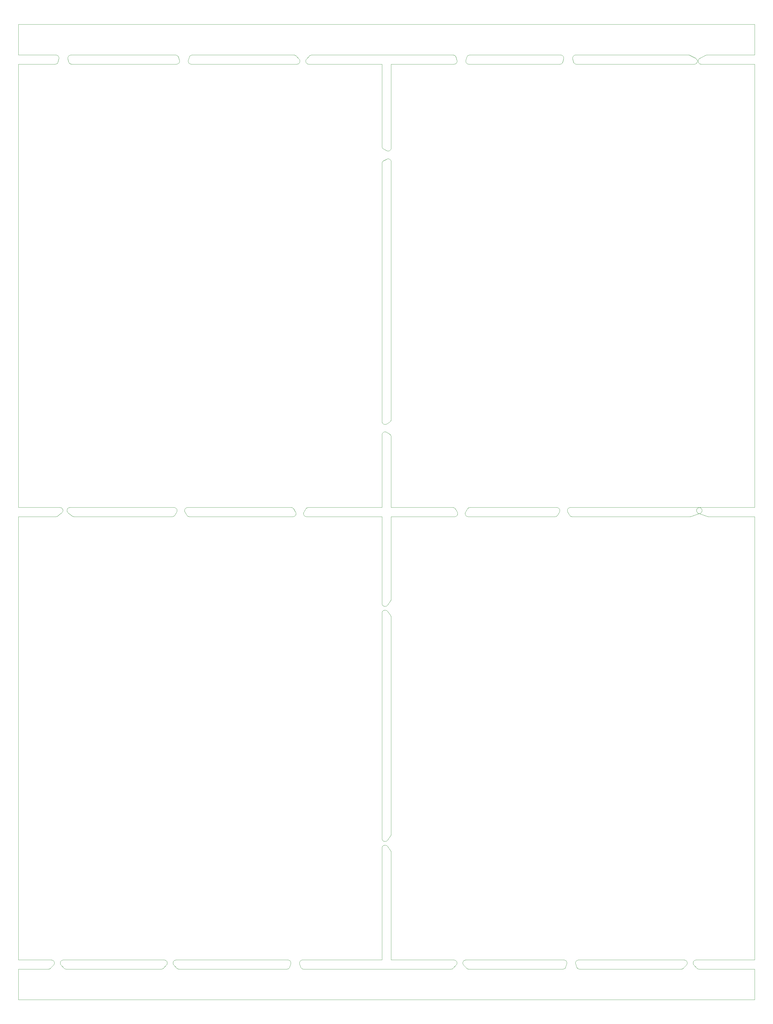
<source format=gko>
%MOIN*%
%OFA0B0*%
%FSLAX44Y44*%
%IPPOS*%
%LPD*%
%ADD10C,0*%
D10*
X00046850Y00062204D02*
X00046850Y00062204D01*
X00037133Y00062204D01*
X00037092Y00062206D01*
X00037051Y00062213D01*
X00037011Y00062224D01*
X00036972Y00062239D01*
X00036936Y00062257D01*
X00036901Y00062280D01*
X00036869Y00062306D01*
X00036840Y00062336D01*
X00036814Y00062368D01*
X00036791Y00062403D01*
X00036773Y00062440D01*
X00036758Y00062479D01*
X00036748Y00062519D01*
X00036742Y00062560D01*
X00036740Y00062601D01*
X00036742Y00062642D01*
X00036749Y00062683D01*
X00036760Y00062723D01*
X00036775Y00062762D01*
X00036794Y00062798D01*
X00037027Y00063192D01*
X00037038Y00063209D01*
X00037050Y00063226D01*
X00037062Y00063242D01*
X00037076Y00063258D01*
X00037090Y00063272D01*
X00037105Y00063286D01*
X00037121Y00063299D01*
X00037137Y00063312D01*
X00037154Y00063323D01*
X00037171Y00063334D01*
X00037189Y00063343D01*
X00037208Y00063352D01*
X00037226Y00063360D01*
X00037246Y00063366D01*
X00037265Y00063372D01*
X00037285Y00063377D01*
X00037305Y00063381D01*
X00037325Y00063383D01*
X00037346Y00063385D01*
X00037366Y00063385D01*
X00046850Y00063385D01*
X00046850Y00072739D01*
X00046852Y00072781D01*
X00046859Y00072822D01*
X00046870Y00072863D01*
X00046885Y00072902D01*
X00046905Y00072939D01*
X00046928Y00072974D01*
X00046955Y00073007D01*
X00046986Y00073036D01*
X00047019Y00073062D01*
X00047055Y00073084D01*
X00047093Y00073102D01*
X00047132Y00073116D01*
X00047173Y00073126D01*
X00047215Y00073131D01*
X00047257Y00073132D01*
X00047299Y00073128D01*
X00047341Y00073120D01*
X00047381Y00073108D01*
X00047419Y00073091D01*
X00047456Y00073070D01*
X00047850Y00072818D01*
X00047866Y00072807D01*
X00047882Y00072795D01*
X00047897Y00072782D01*
X00047911Y00072769D01*
X00047925Y00072755D01*
X00047938Y00072740D01*
X00047951Y00072725D01*
X00047962Y00072709D01*
X00047973Y00072692D01*
X00047983Y00072675D01*
X00047992Y00072657D01*
X00048000Y00072640D01*
X00048007Y00072621D01*
X00048013Y00072603D01*
X00048019Y00072584D01*
X00048023Y00072564D01*
X00048027Y00072545D01*
X00048029Y00072525D01*
X00048031Y00072506D01*
X00048031Y00072486D01*
X00048031Y00063385D01*
X00055974Y00063385D01*
X00055994Y00063385D01*
X00056014Y00063383D01*
X00056035Y00063381D01*
X00056055Y00063377D01*
X00056074Y00063372D01*
X00056094Y00063366D01*
X00056113Y00063360D01*
X00056132Y00063352D01*
X00056151Y00063343D01*
X00056169Y00063334D01*
X00056186Y00063323D01*
X00056203Y00063312D01*
X00056219Y00063299D01*
X00056235Y00063286D01*
X00056250Y00063272D01*
X00056264Y00063258D01*
X00056277Y00063242D01*
X00056290Y00063226D01*
X00056302Y00063209D01*
X00056312Y00063192D01*
X00056545Y00062798D01*
X00056564Y00062762D01*
X00056580Y00062723D01*
X00056591Y00062683D01*
X00056598Y00062642D01*
X00056600Y00062601D01*
X00056598Y00062560D01*
X00056592Y00062519D01*
X00056582Y00062479D01*
X00056567Y00062440D01*
X00056548Y00062403D01*
X00056526Y00062368D01*
X00056500Y00062336D01*
X00056471Y00062306D01*
X00056439Y00062280D01*
X00056404Y00062257D01*
X00056367Y00062239D01*
X00056329Y00062224D01*
X00056289Y00062213D01*
X00056248Y00062206D01*
X00056206Y00062204D01*
X00048031Y00062204D01*
X00048031Y00051579D01*
X00048031Y00051567D01*
X00048030Y00051554D01*
X00048029Y00051542D01*
X00048028Y00051530D01*
X00048026Y00051517D01*
X00048024Y00051505D01*
X00048021Y00051493D01*
X00048018Y00051481D01*
X00048015Y00051469D01*
X00048011Y00051457D01*
X00048007Y00051445D01*
X00048003Y00051433D01*
X00047998Y00051422D01*
X00047993Y00051411D01*
X00047988Y00051399D01*
X00047982Y00051388D01*
X00047975Y00051378D01*
X00047969Y00051367D01*
X00047962Y00051357D01*
X00047955Y00051346D01*
X00047561Y00050809D01*
X00047530Y00050771D01*
X00047493Y00050738D01*
X00047453Y00050709D01*
X00047410Y00050685D01*
X00047364Y00050667D01*
X00047316Y00050655D01*
X00047267Y00050649D01*
X00047218Y00050649D01*
X00047169Y00050655D01*
X00047121Y00050668D01*
X00047075Y00050686D01*
X00047032Y00050710D01*
X00046992Y00050739D01*
X00046956Y00050773D01*
X00046925Y00050811D01*
X00046898Y00050852D01*
X00046877Y00050897D01*
X00046862Y00050944D01*
X00046853Y00050993D01*
X00046850Y00051042D01*
X00046850Y00062204D01*
X00046850Y00107680D02*
X00046850Y00107680D01*
X00046850Y00107701D01*
X00046852Y00107722D01*
X00046855Y00107743D01*
X00046859Y00107764D01*
X00046864Y00107784D01*
X00046870Y00107804D01*
X00046877Y00107824D01*
X00046886Y00107844D01*
X00046895Y00107863D01*
X00046905Y00107881D01*
X00046917Y00107899D01*
X00046929Y00107916D01*
X00046942Y00107933D01*
X00046956Y00107949D01*
X00046971Y00107964D01*
X00046986Y00107978D01*
X00047003Y00107991D01*
X00047020Y00108004D01*
X00047038Y00108015D01*
X00047056Y00108026D01*
X00047450Y00108239D01*
X00047486Y00108257D01*
X00047525Y00108270D01*
X00047564Y00108280D01*
X00047605Y00108285D01*
X00047645Y00108287D01*
X00047686Y00108284D01*
X00047726Y00108277D01*
X00047765Y00108266D01*
X00047803Y00108250D01*
X00047839Y00108231D01*
X00047873Y00108209D01*
X00047904Y00108183D01*
X00047932Y00108154D01*
X00047958Y00108122D01*
X00047980Y00108088D01*
X00047998Y00108051D01*
X00048012Y00108013D01*
X00048023Y00107974D01*
X00048029Y00107934D01*
X00048031Y00107893D01*
X00048031Y00074724D01*
X00048031Y00074704D01*
X00048029Y00074685D01*
X00048027Y00074665D01*
X00048023Y00074646D01*
X00048019Y00074626D01*
X00048013Y00074607D01*
X00048007Y00074589D01*
X00048000Y00074570D01*
X00047992Y00074553D01*
X00047983Y00074535D01*
X00047973Y00074518D01*
X00047962Y00074501D01*
X00047951Y00074485D01*
X00047938Y00074470D01*
X00047925Y00074455D01*
X00047911Y00074441D01*
X00047897Y00074428D01*
X00047882Y00074415D01*
X00047866Y00074404D01*
X00047850Y00074392D01*
X00047456Y00074140D01*
X00047419Y00074119D01*
X00047381Y00074102D01*
X00047341Y00074090D01*
X00047299Y00074082D01*
X00047257Y00074078D01*
X00047215Y00074079D01*
X00047173Y00074084D01*
X00047132Y00074094D01*
X00047093Y00074108D01*
X00047055Y00074126D01*
X00047019Y00074148D01*
X00046986Y00074174D01*
X00046955Y00074203D01*
X00046928Y00074236D01*
X00046905Y00074271D01*
X00046885Y00074308D01*
X00046870Y00074347D01*
X00046859Y00074388D01*
X00046852Y00074429D01*
X00046850Y00074471D01*
X00046850Y00107680D01*
X00046850Y00049782D02*
X00046850Y00049782D01*
X00046853Y00049832D01*
X00046862Y00049880D01*
X00046877Y00049927D01*
X00046898Y00049972D01*
X00046925Y00050014D01*
X00046956Y00050052D01*
X00046992Y00050086D01*
X00047032Y00050115D01*
X00047075Y00050138D01*
X00047121Y00050157D01*
X00047169Y00050169D01*
X00047218Y00050175D01*
X00047267Y00050175D01*
X00047316Y00050169D01*
X00047364Y00050157D01*
X00047410Y00050139D01*
X00047453Y00050116D01*
X00047493Y00050087D01*
X00047530Y00050053D01*
X00047561Y00050015D01*
X00047955Y00049478D01*
X00047962Y00049468D01*
X00047969Y00049457D01*
X00047975Y00049447D01*
X00047982Y00049436D01*
X00047988Y00049425D01*
X00047993Y00049414D01*
X00047998Y00049402D01*
X00048003Y00049391D01*
X00048007Y00049379D01*
X00048011Y00049368D01*
X00048015Y00049356D01*
X00048018Y00049344D01*
X00048021Y00049332D01*
X00048024Y00049319D01*
X00048026Y00049307D01*
X00048028Y00049295D01*
X00048029Y00049282D01*
X00048030Y00049270D01*
X00048031Y00049258D01*
X00048031Y00049245D01*
X00048031Y00021310D01*
X00048031Y00021298D01*
X00048030Y00021286D01*
X00048029Y00021273D01*
X00048028Y00021261D01*
X00048026Y00021249D01*
X00048024Y00021236D01*
X00048021Y00021224D01*
X00048018Y00021212D01*
X00048015Y00021200D01*
X00048011Y00021188D01*
X00048007Y00021176D01*
X00048003Y00021165D01*
X00047998Y00021153D01*
X00047993Y00021142D01*
X00047988Y00021131D01*
X00047982Y00021120D01*
X00047975Y00021109D01*
X00047969Y00021098D01*
X00047962Y00021088D01*
X00047955Y00021078D01*
X00047561Y00020540D01*
X00047530Y00020503D01*
X00047493Y00020469D01*
X00047453Y00020440D01*
X00047410Y00020416D01*
X00047364Y00020398D01*
X00047316Y00020386D01*
X00047267Y00020380D01*
X00047218Y00020380D01*
X00047169Y00020387D01*
X00047121Y00020399D01*
X00047075Y00020417D01*
X00047032Y00020441D01*
X00046992Y00020470D01*
X00046956Y00020504D01*
X00046925Y00020542D01*
X00046898Y00020584D01*
X00046877Y00020628D01*
X00046862Y00020675D01*
X00046853Y00020724D01*
X00046850Y00020773D01*
X00046850Y00049782D01*
X00035139Y00063385D02*
X00035139Y00063385D01*
X00035160Y00063385D01*
X00035180Y00063383D01*
X00035200Y00063381D01*
X00035220Y00063377D01*
X00035240Y00063372D01*
X00035260Y00063366D01*
X00035279Y00063360D01*
X00035298Y00063352D01*
X00035316Y00063343D01*
X00035334Y00063334D01*
X00035352Y00063323D01*
X00035369Y00063312D01*
X00035385Y00063299D01*
X00035401Y00063286D01*
X00035415Y00063272D01*
X00035430Y00063258D01*
X00035443Y00063242D01*
X00035456Y00063226D01*
X00035467Y00063209D01*
X00035478Y00063192D01*
X00035711Y00062798D01*
X00035730Y00062762D01*
X00035745Y00062723D01*
X00035756Y00062683D01*
X00035763Y00062642D01*
X00035766Y00062601D01*
X00035764Y00062560D01*
X00035758Y00062519D01*
X00035747Y00062479D01*
X00035733Y00062440D01*
X00035714Y00062403D01*
X00035692Y00062368D01*
X00035666Y00062336D01*
X00035637Y00062306D01*
X00035605Y00062280D01*
X00035570Y00062257D01*
X00035533Y00062239D01*
X00035494Y00062224D01*
X00035454Y00062213D01*
X00035413Y00062206D01*
X00035372Y00062204D01*
X00022035Y00062204D01*
X00022015Y00062205D01*
X00021995Y00062206D01*
X00021974Y00062209D01*
X00021954Y00062213D01*
X00021934Y00062217D01*
X00021915Y00062223D01*
X00021896Y00062230D01*
X00021877Y00062238D01*
X00021858Y00062246D01*
X00021840Y00062256D01*
X00021823Y00062267D01*
X00021806Y00062278D01*
X00021790Y00062290D01*
X00021774Y00062303D01*
X00021759Y00062317D01*
X00021745Y00062332D01*
X00021732Y00062347D01*
X00021719Y00062364D01*
X00021707Y00062380D01*
X00021696Y00062398D01*
X00021464Y00062791D01*
X00021444Y00062828D01*
X00021429Y00062866D01*
X00021418Y00062906D01*
X00021411Y00062947D01*
X00021409Y00062989D01*
X00021411Y00063030D01*
X00021417Y00063071D01*
X00021427Y00063111D01*
X00021442Y00063150D01*
X00021460Y00063187D01*
X00021483Y00063222D01*
X00021509Y00063254D01*
X00021538Y00063283D01*
X00021570Y00063309D01*
X00021605Y00063332D01*
X00021642Y00063351D01*
X00021680Y00063366D01*
X00021720Y00063377D01*
X00021761Y00063383D01*
X00021802Y00063385D01*
X00035139Y00063385D01*
X00007149Y00062204D02*
X00007149Y00062204D01*
X00007136Y00062204D01*
X00007123Y00062205D01*
X00007110Y00062206D01*
X00007097Y00062208D01*
X00007084Y00062210D01*
X00007071Y00062212D01*
X00007059Y00062215D01*
X00007046Y00062218D01*
X00007034Y00062221D01*
X00007022Y00062225D01*
X00007009Y00062230D01*
X00006997Y00062234D01*
X00006986Y00062240D01*
X00006974Y00062245D01*
X00006962Y00062251D01*
X00006951Y00062257D01*
X00006940Y00062264D01*
X00006929Y00062271D01*
X00006919Y00062278D01*
X00006908Y00062286D01*
X00006397Y00062680D01*
X00006361Y00062712D01*
X00006328Y00062749D01*
X00006300Y00062789D01*
X00006278Y00062832D01*
X00006261Y00062878D01*
X00006250Y00062926D01*
X00006245Y00062974D01*
X00006245Y00063023D01*
X00006252Y00063071D01*
X00006265Y00063119D01*
X00006284Y00063164D01*
X00006308Y00063206D01*
X00006337Y00063246D01*
X00006371Y00063281D01*
X00006409Y00063312D01*
X00006450Y00063338D01*
X00006494Y00063358D01*
X00006541Y00063373D01*
X00006589Y00063382D01*
X00006638Y00063385D01*
X00020041Y00063385D01*
X00020083Y00063383D01*
X00020123Y00063377D01*
X00020163Y00063366D01*
X00020202Y00063351D01*
X00020239Y00063332D01*
X00020274Y00063309D01*
X00020306Y00063283D01*
X00020335Y00063254D01*
X00020361Y00063222D01*
X00020383Y00063187D01*
X00020402Y00063150D01*
X00020416Y00063111D01*
X00020427Y00063071D01*
X00020433Y00063030D01*
X00020435Y00062989D01*
X00020432Y00062947D01*
X00020426Y00062906D01*
X00020415Y00062866D01*
X00020399Y00062828D01*
X00020380Y00062791D01*
X00020147Y00062398D01*
X00020136Y00062380D01*
X00020125Y00062364D01*
X00020112Y00062347D01*
X00020099Y00062332D01*
X00020085Y00062317D01*
X00020070Y00062303D01*
X00020054Y00062290D01*
X00020038Y00062278D01*
X00020021Y00062267D01*
X00020003Y00062256D01*
X00019985Y00062246D01*
X00019967Y00062238D01*
X00019948Y00062230D01*
X00019929Y00062223D01*
X00019909Y00062217D01*
X00019889Y00062213D01*
X00019869Y00062209D01*
X00019849Y00062206D01*
X00019829Y00062205D01*
X00019808Y00062204D01*
X00007149Y00062204D01*
X00057968Y00062204D02*
X00057968Y00062204D01*
X00057926Y00062206D01*
X00057885Y00062213D01*
X00057845Y00062224D01*
X00057807Y00062239D01*
X00057770Y00062257D01*
X00057735Y00062280D01*
X00057703Y00062306D01*
X00057674Y00062336D01*
X00057648Y00062368D01*
X00057626Y00062403D01*
X00057607Y00062440D01*
X00057592Y00062479D01*
X00057582Y00062519D01*
X00057576Y00062560D01*
X00057574Y00062601D01*
X00057576Y00062642D01*
X00057583Y00062683D01*
X00057594Y00062723D01*
X00057610Y00062762D01*
X00057629Y00062798D01*
X00057862Y00063192D01*
X00057872Y00063209D01*
X00057884Y00063226D01*
X00057897Y00063242D01*
X00057910Y00063258D01*
X00057924Y00063272D01*
X00057939Y00063286D01*
X00057955Y00063299D01*
X00057971Y00063312D01*
X00057988Y00063323D01*
X00058005Y00063334D01*
X00058023Y00063343D01*
X00058042Y00063352D01*
X00058061Y00063360D01*
X00058080Y00063366D01*
X00058100Y00063372D01*
X00058119Y00063377D01*
X00058139Y00063381D01*
X00058160Y00063383D01*
X00058180Y00063385D01*
X00058200Y00063385D01*
X00069375Y00063385D01*
X00069417Y00063383D01*
X00069458Y00063377D01*
X00069497Y00063366D01*
X00069536Y00063351D01*
X00069573Y00063332D01*
X00069608Y00063309D01*
X00069640Y00063283D01*
X00069669Y00063254D01*
X00069695Y00063222D01*
X00069717Y00063187D01*
X00069736Y00063150D01*
X00069750Y00063111D01*
X00069761Y00063071D01*
X00069767Y00063030D01*
X00069769Y00062989D01*
X00069766Y00062947D01*
X00069760Y00062906D01*
X00069749Y00062866D01*
X00069733Y00062828D01*
X00069714Y00062791D01*
X00069481Y00062398D01*
X00069470Y00062380D01*
X00069459Y00062364D01*
X00069446Y00062347D01*
X00069433Y00062332D01*
X00069419Y00062317D01*
X00069404Y00062303D01*
X00069388Y00062290D01*
X00069372Y00062278D01*
X00069355Y00062267D01*
X00069337Y00062256D01*
X00069319Y00062246D01*
X00069301Y00062238D01*
X00069282Y00062230D01*
X00069263Y00062223D01*
X00069243Y00062217D01*
X00069223Y00062213D01*
X00069203Y00062209D01*
X00069183Y00062206D01*
X00069163Y00062205D01*
X00069142Y00062204D01*
X00057968Y00062204D01*
X00087703Y00063385D02*
X00087703Y00063385D01*
X00087758Y00063381D01*
X00087812Y00063370D01*
X00087864Y00063351D01*
X00087912Y00063325D01*
X00087957Y00063292D01*
X00087996Y00063254D01*
X00088030Y00063210D01*
X00088058Y00063162D01*
X00088078Y00063111D01*
X00088091Y00063057D01*
X00088096Y00063002D01*
X00088094Y00062947D01*
X00088084Y00062893D01*
X00088066Y00062840D01*
X00088041Y00062791D01*
X00088010Y00062745D01*
X00087972Y00062705D01*
X00087930Y00062670D01*
X00087882Y00062641D01*
X00087832Y00062620D01*
X00086697Y00062226D01*
X00086690Y00062224D01*
X00086684Y00062222D01*
X00086678Y00062220D01*
X00086672Y00062218D01*
X00086665Y00062217D01*
X00086659Y00062215D01*
X00086652Y00062213D01*
X00086646Y00062212D01*
X00086640Y00062211D01*
X00086633Y00062210D01*
X00086627Y00062209D01*
X00086620Y00062208D01*
X00086614Y00062207D01*
X00086607Y00062206D01*
X00086601Y00062206D01*
X00086594Y00062205D01*
X00086587Y00062205D01*
X00086581Y00062204D01*
X00086574Y00062204D01*
X00086568Y00062204D01*
X00071369Y00062204D01*
X00071349Y00062205D01*
X00071329Y00062206D01*
X00071308Y00062209D01*
X00071288Y00062213D01*
X00071268Y00062217D01*
X00071249Y00062223D01*
X00071230Y00062230D01*
X00071211Y00062238D01*
X00071192Y00062246D01*
X00071174Y00062256D01*
X00071157Y00062267D01*
X00071140Y00062278D01*
X00071124Y00062290D01*
X00071108Y00062303D01*
X00071093Y00062317D01*
X00071079Y00062332D01*
X00071066Y00062347D01*
X00071053Y00062364D01*
X00071041Y00062380D01*
X00071030Y00062398D01*
X00070798Y00062791D01*
X00070778Y00062828D01*
X00070763Y00062866D01*
X00070752Y00062906D01*
X00070745Y00062947D01*
X00070743Y00062989D01*
X00070745Y00063030D01*
X00070751Y00063071D01*
X00070761Y00063111D01*
X00070776Y00063150D01*
X00070794Y00063187D01*
X00070817Y00063222D01*
X00070843Y00063254D01*
X00070872Y00063283D01*
X00070904Y00063309D01*
X00070939Y00063332D01*
X00070976Y00063351D01*
X00071014Y00063366D01*
X00071054Y00063377D01*
X00071095Y00063383D01*
X00071136Y00063385D01*
X00087703Y00063385D01*
X00035500Y00121653D02*
X00035500Y00121653D01*
X00035516Y00121653D01*
X00035532Y00121652D01*
X00035548Y00121650D01*
X00035563Y00121648D01*
X00035579Y00121645D01*
X00035595Y00121641D01*
X00035610Y00121637D01*
X00035625Y00121633D01*
X00035640Y00121627D01*
X00035655Y00121621D01*
X00035670Y00121615D01*
X00035684Y00121607D01*
X00035698Y00121600D01*
X00035711Y00121591D01*
X00035725Y00121583D01*
X00035738Y00121573D01*
X00035750Y00121563D01*
X00035762Y00121553D01*
X00035774Y00121542D01*
X00035785Y00121531D01*
X00036160Y00121137D01*
X00036190Y00121102D01*
X00036215Y00121064D01*
X00036236Y00121023D01*
X00036252Y00120980D01*
X00036262Y00120935D01*
X00036268Y00120890D01*
X00036268Y00120844D01*
X00036263Y00120798D01*
X00036252Y00120754D01*
X00036237Y00120711D01*
X00036216Y00120669D01*
X00036191Y00120631D01*
X00036162Y00120596D01*
X00036128Y00120564D01*
X00036091Y00120537D01*
X00036052Y00120514D01*
X00036010Y00120496D01*
X00035966Y00120483D01*
X00035921Y00120475D01*
X00035875Y00120472D01*
X00022268Y00120472D01*
X00022231Y00120474D01*
X00022194Y00120479D01*
X00022158Y00120487D01*
X00022123Y00120499D01*
X00022089Y00120515D01*
X00022057Y00120533D01*
X00022027Y00120554D01*
X00021999Y00120578D01*
X00021973Y00120604D01*
X00021950Y00120633D01*
X00021929Y00120664D01*
X00021912Y00120697D01*
X00021898Y00120731D01*
X00021887Y00120766D01*
X00021879Y00120802D01*
X00021875Y00120839D01*
X00021874Y00120876D01*
X00021877Y00120913D01*
X00021883Y00120949D01*
X00021892Y00120985D01*
X00022018Y00121379D01*
X00022026Y00121402D01*
X00022036Y00121425D01*
X00022047Y00121447D01*
X00022059Y00121469D01*
X00022073Y00121489D01*
X00022088Y00121509D01*
X00022105Y00121528D01*
X00022122Y00121545D01*
X00022141Y00121562D01*
X00022160Y00121577D01*
X00022181Y00121591D01*
X00022202Y00121604D01*
X00022224Y00121615D01*
X00022247Y00121625D01*
X00022271Y00121634D01*
X00022294Y00121641D01*
X00022319Y00121646D01*
X00022343Y00121650D01*
X00022368Y00121652D01*
X00022393Y00121653D01*
X00035500Y00121653D01*
X00058040Y00120472D02*
X00058040Y00120472D01*
X00058003Y00120474D01*
X00057966Y00120479D01*
X00057930Y00120487D01*
X00057895Y00120499D01*
X00057862Y00120515D01*
X00057829Y00120533D01*
X00057799Y00120554D01*
X00057771Y00120578D01*
X00057745Y00120604D01*
X00057722Y00120633D01*
X00057702Y00120664D01*
X00057684Y00120697D01*
X00057670Y00120731D01*
X00057659Y00120766D01*
X00057651Y00120802D01*
X00057647Y00120839D01*
X00057646Y00120876D01*
X00057649Y00120913D01*
X00057655Y00120949D01*
X00057664Y00120985D01*
X00057790Y00121379D01*
X00057798Y00121402D01*
X00057808Y00121425D01*
X00057819Y00121447D01*
X00057831Y00121469D01*
X00057845Y00121489D01*
X00057860Y00121509D01*
X00057877Y00121528D01*
X00057894Y00121545D01*
X00057913Y00121562D01*
X00057932Y00121577D01*
X00057953Y00121591D01*
X00057974Y00121604D01*
X00057996Y00121615D01*
X00058019Y00121625D01*
X00058043Y00121634D01*
X00058066Y00121641D01*
X00058091Y00121646D01*
X00058115Y00121650D01*
X00058140Y00121652D01*
X00058165Y00121653D01*
X00069879Y00121653D01*
X00069915Y00121651D01*
X00069951Y00121646D01*
X00069986Y00121638D01*
X00070020Y00121627D01*
X00070053Y00121613D01*
X00070085Y00121595D01*
X00070114Y00121575D01*
X00070142Y00121552D01*
X00070168Y00121527D01*
X00070191Y00121500D01*
X00070212Y00121470D01*
X00070230Y00121439D01*
X00070245Y00121406D01*
X00070257Y00121373D01*
X00070265Y00121338D01*
X00070271Y00121302D01*
X00070273Y00121266D01*
X00070272Y00121230D01*
X00070268Y00121195D01*
X00070260Y00121159D01*
X00070157Y00120766D01*
X00070150Y00120741D01*
X00070141Y00120717D01*
X00070130Y00120693D01*
X00070118Y00120670D01*
X00070104Y00120648D01*
X00070089Y00120627D01*
X00070073Y00120607D01*
X00070055Y00120588D01*
X00070037Y00120570D01*
X00070017Y00120554D01*
X00069996Y00120539D01*
X00069974Y00120525D01*
X00069951Y00120513D01*
X00069927Y00120502D01*
X00069903Y00120493D01*
X00069879Y00120485D01*
X00069853Y00120480D01*
X00069828Y00120475D01*
X00069802Y00120473D01*
X00069776Y00120472D01*
X00058040Y00120472D01*
X00056009Y00121653D02*
X00056009Y00121653D01*
X00056034Y00121652D01*
X00056059Y00121650D01*
X00056083Y00121646D01*
X00056108Y00121641D01*
X00056131Y00121634D01*
X00056155Y00121625D01*
X00056178Y00121615D01*
X00056200Y00121604D01*
X00056221Y00121591D01*
X00056242Y00121577D01*
X00056261Y00121562D01*
X00056280Y00121545D01*
X00056297Y00121528D01*
X00056314Y00121509D01*
X00056329Y00121489D01*
X00056343Y00121469D01*
X00056355Y00121447D01*
X00056366Y00121425D01*
X00056376Y00121402D01*
X00056384Y00121379D01*
X00056510Y00120985D01*
X00056519Y00120949D01*
X00056525Y00120913D01*
X00056528Y00120876D01*
X00056527Y00120839D01*
X00056523Y00120802D01*
X00056515Y00120766D01*
X00056504Y00120731D01*
X00056490Y00120697D01*
X00056473Y00120664D01*
X00056452Y00120633D01*
X00056429Y00120604D01*
X00056403Y00120578D01*
X00056375Y00120554D01*
X00056345Y00120533D01*
X00056313Y00120515D01*
X00056279Y00120499D01*
X00056244Y00120487D01*
X00056208Y00120479D01*
X00056171Y00120474D01*
X00056134Y00120472D01*
X00048031Y00120472D01*
X00048031Y00109682D01*
X00048029Y00109641D01*
X00048023Y00109601D01*
X00048012Y00109562D01*
X00047998Y00109524D01*
X00047980Y00109487D01*
X00047958Y00109453D01*
X00047932Y00109421D01*
X00047904Y00109392D01*
X00047873Y00109366D01*
X00047839Y00109343D01*
X00047803Y00109325D01*
X00047765Y00109309D01*
X00047726Y00109298D01*
X00047686Y00109291D01*
X00047645Y00109288D01*
X00047605Y00109289D01*
X00047564Y00109295D01*
X00047525Y00109305D01*
X00047486Y00109318D01*
X00047450Y00109336D01*
X00047056Y00109549D01*
X00047038Y00109560D01*
X00047020Y00109571D01*
X00047003Y00109584D01*
X00046986Y00109597D01*
X00046971Y00109611D01*
X00046956Y00109626D01*
X00046942Y00109642D01*
X00046929Y00109659D01*
X00046917Y00109676D01*
X00046905Y00109694D01*
X00046895Y00109712D01*
X00046886Y00109731D01*
X00046877Y00109751D01*
X00046870Y00109771D01*
X00046864Y00109791D01*
X00046859Y00109811D01*
X00046855Y00109832D01*
X00046852Y00109853D01*
X00046850Y00109874D01*
X00046850Y00109895D01*
X00046850Y00120472D01*
X00037417Y00120472D01*
X00037371Y00120475D01*
X00037326Y00120483D01*
X00037282Y00120496D01*
X00037240Y00120514D01*
X00037200Y00120537D01*
X00037163Y00120564D01*
X00037130Y00120596D01*
X00037101Y00120631D01*
X00037076Y00120669D01*
X00037055Y00120711D01*
X00037039Y00120754D01*
X00037029Y00120798D01*
X00037024Y00120844D01*
X00037024Y00120890D01*
X00037029Y00120935D01*
X00037040Y00120980D01*
X00037056Y00121023D01*
X00037077Y00121064D01*
X00037102Y00121102D01*
X00037132Y00121137D01*
X00037507Y00121531D01*
X00037518Y00121542D01*
X00037529Y00121553D01*
X00037542Y00121563D01*
X00037554Y00121573D01*
X00037567Y00121583D01*
X00037580Y00121591D01*
X00037594Y00121600D01*
X00037608Y00121607D01*
X00037622Y00121615D01*
X00037637Y00121621D01*
X00037651Y00121627D01*
X00037666Y00121633D01*
X00037682Y00121637D01*
X00037697Y00121641D01*
X00037713Y00121645D01*
X00037728Y00121648D01*
X00037744Y00121650D01*
X00037760Y00121652D01*
X00037776Y00121653D01*
X00037792Y00121653D01*
X00056009Y00121653D01*
X00086375Y00121653D02*
X00086375Y00121653D01*
X00086384Y00121653D01*
X00086394Y00121653D01*
X00086404Y00121652D01*
X00086414Y00121651D01*
X00086423Y00121650D01*
X00086433Y00121649D01*
X00086443Y00121647D01*
X00086452Y00121645D01*
X00086462Y00121643D01*
X00086471Y00121641D01*
X00086481Y00121638D01*
X00086490Y00121636D01*
X00086500Y00121633D01*
X00086509Y00121629D01*
X00086518Y00121626D01*
X00086527Y00121622D01*
X00086536Y00121618D01*
X00086545Y00121614D01*
X00086554Y00121610D01*
X00086562Y00121605D01*
X00087288Y00121212D01*
X00087332Y00121184D01*
X00087372Y00121151D01*
X00087407Y00121112D01*
X00087437Y00121070D01*
X00087461Y00121024D01*
X00087479Y00120975D01*
X00087490Y00120924D01*
X00087494Y00120872D01*
X00087491Y00120820D01*
X00087482Y00120769D01*
X00087466Y00120719D01*
X00087443Y00120672D01*
X00087415Y00120629D01*
X00087381Y00120589D01*
X00087342Y00120555D01*
X00087299Y00120526D01*
X00087252Y00120503D01*
X00087203Y00120486D01*
X00087152Y00120475D01*
X00087100Y00120472D01*
X00071915Y00120472D01*
X00071889Y00120473D01*
X00071863Y00120475D01*
X00071838Y00120480D01*
X00071813Y00120485D01*
X00071788Y00120493D01*
X00071764Y00120502D01*
X00071740Y00120513D01*
X00071717Y00120525D01*
X00071695Y00120539D01*
X00071674Y00120554D01*
X00071654Y00120570D01*
X00071636Y00120588D01*
X00071618Y00120607D01*
X00071602Y00120627D01*
X00071587Y00120648D01*
X00071573Y00120670D01*
X00071561Y00120693D01*
X00071550Y00120717D01*
X00071541Y00120741D01*
X00071534Y00120766D01*
X00071431Y00121159D01*
X00071423Y00121195D01*
X00071419Y00121230D01*
X00071418Y00121266D01*
X00071420Y00121302D01*
X00071426Y00121338D01*
X00071434Y00121373D01*
X00071446Y00121406D01*
X00071461Y00121439D01*
X00071479Y00121470D01*
X00071500Y00121500D01*
X00071523Y00121527D01*
X00071549Y00121552D01*
X00071577Y00121575D01*
X00071606Y00121595D01*
X00071638Y00121613D01*
X00071671Y00121627D01*
X00071705Y00121638D01*
X00071740Y00121646D01*
X00071776Y00121651D01*
X00071812Y00121653D01*
X00086375Y00121653D01*
X00006857Y00120472D02*
X00006857Y00120472D01*
X00006831Y00120473D01*
X00006805Y00120475D01*
X00006780Y00120480D01*
X00006755Y00120485D01*
X00006730Y00120493D01*
X00006706Y00120502D01*
X00006682Y00120513D01*
X00006659Y00120525D01*
X00006637Y00120539D01*
X00006616Y00120554D01*
X00006596Y00120570D01*
X00006578Y00120588D01*
X00006560Y00120607D01*
X00006544Y00120627D01*
X00006529Y00120648D01*
X00006515Y00120670D01*
X00006503Y00120693D01*
X00006492Y00120717D01*
X00006483Y00120741D01*
X00006476Y00120766D01*
X00006373Y00121159D01*
X00006365Y00121195D01*
X00006361Y00121230D01*
X00006360Y00121266D01*
X00006362Y00121302D01*
X00006368Y00121338D01*
X00006376Y00121373D01*
X00006388Y00121406D01*
X00006403Y00121439D01*
X00006421Y00121470D01*
X00006442Y00121500D01*
X00006465Y00121527D01*
X00006491Y00121552D01*
X00006519Y00121575D01*
X00006548Y00121595D01*
X00006580Y00121613D01*
X00006613Y00121627D01*
X00006647Y00121638D01*
X00006682Y00121646D01*
X00006718Y00121651D01*
X00006754Y00121653D01*
X00020237Y00121653D01*
X00020262Y00121652D01*
X00020287Y00121650D01*
X00020311Y00121646D01*
X00020335Y00121641D01*
X00020359Y00121634D01*
X00020383Y00121625D01*
X00020406Y00121615D01*
X00020428Y00121604D01*
X00020449Y00121591D01*
X00020470Y00121577D01*
X00020489Y00121562D01*
X00020508Y00121545D01*
X00020525Y00121528D01*
X00020542Y00121509D01*
X00020557Y00121489D01*
X00020571Y00121469D01*
X00020583Y00121447D01*
X00020594Y00121425D01*
X00020604Y00121402D01*
X00020612Y00121379D01*
X00020737Y00120985D01*
X00020747Y00120949D01*
X00020753Y00120913D01*
X00020756Y00120876D01*
X00020755Y00120839D01*
X00020751Y00120802D01*
X00020743Y00120766D01*
X00020732Y00120731D01*
X00020718Y00120697D01*
X00020700Y00120664D01*
X00020680Y00120633D01*
X00020657Y00120604D01*
X00020631Y00120578D01*
X00020603Y00120554D01*
X00020573Y00120533D01*
X00020540Y00120515D01*
X00020507Y00120499D01*
X00020472Y00120487D01*
X00020436Y00120479D01*
X00020399Y00120474D01*
X00020362Y00120472D01*
X00006857Y00120472D01*
X00004821Y00121653D02*
X00004821Y00121653D01*
X00004857Y00121651D01*
X00004893Y00121646D01*
X00004928Y00121638D01*
X00004962Y00121627D01*
X00004995Y00121613D01*
X00005027Y00121595D01*
X00005056Y00121575D01*
X00005084Y00121552D01*
X00005110Y00121527D01*
X00005133Y00121500D01*
X00005154Y00121470D01*
X00005172Y00121439D01*
X00005187Y00121406D01*
X00005199Y00121373D01*
X00005207Y00121338D01*
X00005213Y00121302D01*
X00005215Y00121266D01*
X00005214Y00121230D01*
X00005210Y00121195D01*
X00005202Y00121159D01*
X00005099Y00120766D01*
X00005092Y00120741D01*
X00005083Y00120717D01*
X00005072Y00120693D01*
X00005060Y00120670D01*
X00005046Y00120648D01*
X00005031Y00120627D01*
X00005015Y00120607D01*
X00004997Y00120588D01*
X00004979Y00120570D01*
X00004959Y00120554D01*
X00004938Y00120539D01*
X00004916Y00120525D01*
X00004893Y00120513D01*
X00004869Y00120502D01*
X00004845Y00120493D01*
X00004821Y00120485D01*
X00004795Y00120480D01*
X00004770Y00120475D01*
X00004744Y00120473D01*
X00004718Y00120472D01*
X00000000Y00120472D01*
X00000000Y00063385D01*
X00005330Y00063385D01*
X00005379Y00063382D01*
X00005427Y00063373D01*
X00005474Y00063358D01*
X00005518Y00063338D01*
X00005559Y00063312D01*
X00005597Y00063281D01*
X00005631Y00063246D01*
X00005660Y00063206D01*
X00005684Y00063164D01*
X00005703Y00063119D01*
X00005716Y00063071D01*
X00005723Y00063023D01*
X00005724Y00062974D01*
X00005718Y00062926D01*
X00005707Y00062878D01*
X00005690Y00062832D01*
X00005668Y00062789D01*
X00005640Y00062749D01*
X00005607Y00062712D01*
X00005571Y00062680D01*
X00005060Y00062286D01*
X00005050Y00062278D01*
X00005039Y00062271D01*
X00005028Y00062264D01*
X00005017Y00062257D01*
X00005006Y00062251D01*
X00004994Y00062245D01*
X00004983Y00062240D01*
X00004971Y00062234D01*
X00004959Y00062230D01*
X00004947Y00062225D01*
X00004934Y00062221D01*
X00004922Y00062218D01*
X00004909Y00062215D01*
X00004897Y00062212D01*
X00004884Y00062210D01*
X00004871Y00062208D01*
X00004858Y00062206D01*
X00004845Y00062205D01*
X00004832Y00062204D01*
X00004820Y00062204D01*
X00000000Y00062204D01*
X00000000Y00005118D01*
X00004230Y00005118D01*
X00004276Y00005115D01*
X00004321Y00005107D01*
X00004365Y00005094D01*
X00004407Y00005076D01*
X00004447Y00005053D01*
X00004484Y00005025D01*
X00004517Y00004994D01*
X00004546Y00004958D01*
X00004572Y00004920D01*
X00004592Y00004879D01*
X00004608Y00004836D01*
X00004618Y00004791D01*
X00004623Y00004746D01*
X00004623Y00004700D01*
X00004618Y00004654D01*
X00004607Y00004610D01*
X00004591Y00004567D01*
X00004570Y00004526D01*
X00004545Y00004487D01*
X00004515Y00004452D01*
X00004141Y00004059D01*
X00004129Y00004047D01*
X00004118Y00004037D01*
X00004106Y00004026D01*
X00004093Y00004016D01*
X00004080Y00004007D01*
X00004067Y00003998D01*
X00004053Y00003990D01*
X00004039Y00003982D01*
X00004025Y00003975D01*
X00004011Y00003968D01*
X00003996Y00003962D01*
X00003981Y00003957D01*
X00003966Y00003952D01*
X00003950Y00003948D01*
X00003935Y00003945D01*
X00003919Y00003942D01*
X00003903Y00003939D01*
X00003887Y00003938D01*
X00003871Y00003937D01*
X00003855Y00003937D01*
X00000000Y00003937D01*
X00000000Y00000000D01*
X00094881Y00000000D01*
X00094881Y00003937D01*
X00087715Y00003937D01*
X00087699Y00003937D01*
X00087683Y00003938D01*
X00087668Y00003939D01*
X00087652Y00003942D01*
X00087636Y00003945D01*
X00087621Y00003948D01*
X00087605Y00003952D01*
X00087590Y00003957D01*
X00087575Y00003962D01*
X00087560Y00003968D01*
X00087546Y00003975D01*
X00087531Y00003982D01*
X00087518Y00003990D01*
X00087504Y00003998D01*
X00087491Y00004007D01*
X00087478Y00004016D01*
X00087465Y00004026D01*
X00087453Y00004037D01*
X00087441Y00004047D01*
X00087430Y00004059D01*
X00087055Y00004452D01*
X00087026Y00004487D01*
X00087000Y00004526D01*
X00086980Y00004567D01*
X00086964Y00004610D01*
X00086953Y00004654D01*
X00086948Y00004700D01*
X00086947Y00004746D01*
X00086953Y00004791D01*
X00086963Y00004836D01*
X00086979Y00004879D01*
X00086999Y00004920D01*
X00087024Y00004958D01*
X00087054Y00004994D01*
X00087087Y00005025D01*
X00087124Y00005053D01*
X00087164Y00005076D01*
X00087206Y00005094D01*
X00087250Y00005107D01*
X00087295Y00005115D01*
X00087341Y00005118D01*
X00094881Y00005118D01*
X00094881Y00062204D01*
X00088930Y00062204D01*
X00088923Y00062204D01*
X00088917Y00062204D01*
X00088910Y00062205D01*
X00088904Y00062205D01*
X00088897Y00062206D01*
X00088891Y00062206D01*
X00088884Y00062207D01*
X00088877Y00062208D01*
X00088871Y00062209D01*
X00088864Y00062210D01*
X00088858Y00062211D01*
X00088852Y00062212D01*
X00088845Y00062213D01*
X00088839Y00062215D01*
X00088832Y00062217D01*
X00088826Y00062218D01*
X00088820Y00062220D01*
X00088813Y00062222D01*
X00088807Y00062224D01*
X00088801Y00062226D01*
X00087666Y00062620D01*
X00087615Y00062641D01*
X00087568Y00062670D01*
X00087525Y00062705D01*
X00087488Y00062745D01*
X00087456Y00062791D01*
X00087431Y00062840D01*
X00087414Y00062893D01*
X00087404Y00062947D01*
X00087401Y00063002D01*
X00087407Y00063057D01*
X00087420Y00063111D01*
X00087440Y00063162D01*
X00087467Y00063210D01*
X00087501Y00063254D01*
X00087541Y00063292D01*
X00087585Y00063325D01*
X00087634Y00063351D01*
X00087686Y00063370D01*
X00087740Y00063381D01*
X00087795Y00063385D01*
X00094881Y00063385D01*
X00094881Y00120472D01*
X00088004Y00120472D01*
X00087952Y00120475D01*
X00087901Y00120486D01*
X00087852Y00120503D01*
X00087805Y00120526D01*
X00087762Y00120555D01*
X00087724Y00120589D01*
X00087690Y00120629D01*
X00087661Y00120672D01*
X00087639Y00120719D01*
X00087623Y00120769D01*
X00087613Y00120820D01*
X00087610Y00120872D01*
X00087615Y00120924D01*
X00087626Y00120975D01*
X00087643Y00121024D01*
X00087667Y00121070D01*
X00087697Y00121112D01*
X00087732Y00121151D01*
X00087772Y00121184D01*
X00087816Y00121212D01*
X00088542Y00121605D01*
X00088551Y00121610D01*
X00088560Y00121614D01*
X00088569Y00121618D01*
X00088577Y00121622D01*
X00088587Y00121626D01*
X00088596Y00121629D01*
X00088605Y00121633D01*
X00088614Y00121636D01*
X00088624Y00121638D01*
X00088633Y00121641D01*
X00088643Y00121643D01*
X00088652Y00121645D01*
X00088662Y00121647D01*
X00088671Y00121649D01*
X00088681Y00121650D01*
X00088691Y00121651D01*
X00088701Y00121652D01*
X00088710Y00121653D01*
X00088720Y00121653D01*
X00088730Y00121653D01*
X00094881Y00121653D01*
X00094881Y00125590D01*
X00000000Y00125590D01*
X00000000Y00121653D01*
X00004821Y00121653D01*
X00070286Y00005118D02*
X00070286Y00005118D01*
X00070323Y00005116D01*
X00070359Y00005111D01*
X00070395Y00005102D01*
X00070430Y00005090D01*
X00070464Y00005075D01*
X00070496Y00005057D01*
X00070527Y00005036D01*
X00070555Y00005012D01*
X00070580Y00004985D01*
X00070604Y00004956D01*
X00070624Y00004926D01*
X00070642Y00004893D01*
X00070656Y00004859D01*
X00070667Y00004824D01*
X00070674Y00004787D01*
X00070679Y00004751D01*
X00070679Y00004714D01*
X00070677Y00004677D01*
X00070671Y00004640D01*
X00070661Y00004605D01*
X00070536Y00004211D01*
X00070528Y00004187D01*
X00070518Y00004165D01*
X00070507Y00004142D01*
X00070494Y00004121D01*
X00070480Y00004100D01*
X00070465Y00004081D01*
X00070449Y00004062D01*
X00070431Y00004044D01*
X00070413Y00004028D01*
X00070393Y00004012D01*
X00070373Y00003998D01*
X00070351Y00003986D01*
X00070329Y00003974D01*
X00070306Y00003964D01*
X00070283Y00003956D01*
X00070259Y00003949D01*
X00070235Y00003944D01*
X00070210Y00003940D01*
X00070186Y00003937D01*
X00070161Y00003937D01*
X00058036Y00003937D01*
X00058020Y00003937D01*
X00058004Y00003938D01*
X00057989Y00003939D01*
X00057973Y00003942D01*
X00057957Y00003945D01*
X00057942Y00003948D01*
X00057926Y00003952D01*
X00057911Y00003957D01*
X00057896Y00003962D01*
X00057881Y00003968D01*
X00057867Y00003975D01*
X00057852Y00003982D01*
X00057838Y00003990D01*
X00057825Y00003998D01*
X00057812Y00004007D01*
X00057799Y00004016D01*
X00057786Y00004026D01*
X00057774Y00004037D01*
X00057762Y00004047D01*
X00057751Y00004059D01*
X00057376Y00004452D01*
X00057347Y00004487D01*
X00057321Y00004526D01*
X00057301Y00004567D01*
X00057285Y00004610D01*
X00057274Y00004654D01*
X00057269Y00004700D01*
X00057268Y00004746D01*
X00057274Y00004791D01*
X00057284Y00004836D01*
X00057300Y00004879D01*
X00057320Y00004920D01*
X00057345Y00004958D01*
X00057375Y00004994D01*
X00057408Y00005025D01*
X00057445Y00005053D01*
X00057485Y00005076D01*
X00057527Y00005094D01*
X00057571Y00005107D01*
X00057616Y00005115D01*
X00057662Y00005118D01*
X00070286Y00005118D01*
X00085798Y00005118D02*
X00085798Y00005118D01*
X00085844Y00005115D01*
X00085889Y00005107D01*
X00085933Y00005094D01*
X00085975Y00005076D01*
X00086015Y00005053D01*
X00086052Y00005025D01*
X00086085Y00004994D01*
X00086115Y00004958D01*
X00086140Y00004920D01*
X00086160Y00004879D01*
X00086176Y00004836D01*
X00086186Y00004791D01*
X00086192Y00004746D01*
X00086191Y00004700D01*
X00086186Y00004654D01*
X00086175Y00004610D01*
X00086159Y00004567D01*
X00086139Y00004526D01*
X00086113Y00004487D01*
X00086084Y00004452D01*
X00085709Y00004059D01*
X00085698Y00004047D01*
X00085686Y00004037D01*
X00085674Y00004026D01*
X00085661Y00004016D01*
X00085648Y00004007D01*
X00085635Y00003998D01*
X00085621Y00003990D01*
X00085608Y00003982D01*
X00085593Y00003975D01*
X00085579Y00003968D01*
X00085564Y00003962D01*
X00085549Y00003957D01*
X00085534Y00003952D01*
X00085518Y00003948D01*
X00085503Y00003945D01*
X00085487Y00003942D01*
X00085471Y00003939D01*
X00085456Y00003938D01*
X00085440Y00003937D01*
X00085424Y00003937D01*
X00072316Y00003937D01*
X00072292Y00003937D01*
X00072267Y00003940D01*
X00072242Y00003944D01*
X00072218Y00003949D01*
X00072194Y00003956D01*
X00072171Y00003964D01*
X00072148Y00003974D01*
X00072126Y00003986D01*
X00072105Y00003998D01*
X00072084Y00004012D01*
X00072064Y00004028D01*
X00072046Y00004044D01*
X00072028Y00004062D01*
X00072012Y00004081D01*
X00071997Y00004100D01*
X00071983Y00004121D01*
X00071970Y00004142D01*
X00071959Y00004165D01*
X00071950Y00004187D01*
X00071941Y00004211D01*
X00071816Y00004605D01*
X00071807Y00004640D01*
X00071800Y00004677D01*
X00071798Y00004714D01*
X00071798Y00004751D01*
X00071803Y00004787D01*
X00071810Y00004824D01*
X00071821Y00004859D01*
X00071836Y00004893D01*
X00071853Y00004926D01*
X00071874Y00004956D01*
X00071897Y00004985D01*
X00071923Y00005012D01*
X00071951Y00005036D01*
X00071981Y00005057D01*
X00072013Y00005075D01*
X00072047Y00005090D01*
X00072082Y00005102D01*
X00072118Y00005111D01*
X00072154Y00005116D01*
X00072191Y00005118D01*
X00085798Y00005118D01*
X00036741Y00003937D02*
X00036741Y00003937D01*
X00036716Y00003937D01*
X00036691Y00003940D01*
X00036667Y00003944D01*
X00036643Y00003949D01*
X00036619Y00003956D01*
X00036595Y00003964D01*
X00036573Y00003974D01*
X00036550Y00003986D01*
X00036529Y00003998D01*
X00036509Y00004012D01*
X00036489Y00004028D01*
X00036470Y00004044D01*
X00036453Y00004062D01*
X00036436Y00004081D01*
X00036421Y00004100D01*
X00036407Y00004121D01*
X00036395Y00004142D01*
X00036384Y00004165D01*
X00036374Y00004187D01*
X00036366Y00004211D01*
X00036241Y00004605D01*
X00036231Y00004640D01*
X00036225Y00004677D01*
X00036222Y00004714D01*
X00036223Y00004751D01*
X00036227Y00004787D01*
X00036235Y00004824D01*
X00036246Y00004859D01*
X00036260Y00004893D01*
X00036278Y00004926D01*
X00036298Y00004956D01*
X00036321Y00004985D01*
X00036347Y00005012D01*
X00036375Y00005036D01*
X00036405Y00005057D01*
X00036438Y00005075D01*
X00036471Y00005090D01*
X00036506Y00005102D01*
X00036542Y00005111D01*
X00036579Y00005116D01*
X00036616Y00005118D01*
X00046850Y00005118D01*
X00046850Y00019514D01*
X00046853Y00019563D01*
X00046862Y00019612D01*
X00046877Y00019659D01*
X00046898Y00019703D01*
X00046925Y00019745D01*
X00046956Y00019783D01*
X00046992Y00019817D01*
X00047032Y00019846D01*
X00047075Y00019870D01*
X00047121Y00019888D01*
X00047169Y00019900D01*
X00047218Y00019907D01*
X00047267Y00019907D01*
X00047316Y00019901D01*
X00047364Y00019889D01*
X00047410Y00019871D01*
X00047453Y00019847D01*
X00047493Y00019818D01*
X00047530Y00019784D01*
X00047561Y00019746D01*
X00047955Y00019209D01*
X00047962Y00019199D01*
X00047969Y00019189D01*
X00047975Y00019178D01*
X00047982Y00019167D01*
X00047988Y00019156D01*
X00047993Y00019145D01*
X00047998Y00019134D01*
X00048003Y00019122D01*
X00048007Y00019111D01*
X00048011Y00019099D01*
X00048015Y00019087D01*
X00048018Y00019075D01*
X00048021Y00019063D01*
X00048024Y00019051D01*
X00048026Y00019038D01*
X00048028Y00019026D01*
X00048029Y00019014D01*
X00048030Y00019001D01*
X00048031Y00018989D01*
X00048031Y00018976D01*
X00048031Y00005118D01*
X00056119Y00005118D01*
X00056165Y00005115D01*
X00056210Y00005107D01*
X00056254Y00005094D01*
X00056296Y00005076D01*
X00056336Y00005053D01*
X00056373Y00005025D01*
X00056406Y00004994D01*
X00056436Y00004958D01*
X00056461Y00004920D01*
X00056481Y00004879D01*
X00056497Y00004836D01*
X00056507Y00004791D01*
X00056513Y00004746D01*
X00056512Y00004700D01*
X00056507Y00004654D01*
X00056496Y00004610D01*
X00056480Y00004567D01*
X00056460Y00004526D01*
X00056434Y00004487D01*
X00056405Y00004452D01*
X00056030Y00004059D01*
X00056019Y00004047D01*
X00056007Y00004037D01*
X00055995Y00004026D01*
X00055982Y00004016D01*
X00055969Y00004007D01*
X00055956Y00003998D01*
X00055942Y00003990D01*
X00055929Y00003982D01*
X00055914Y00003975D01*
X00055900Y00003968D01*
X00055885Y00003962D01*
X00055870Y00003957D01*
X00055855Y00003952D01*
X00055839Y00003948D01*
X00055824Y00003945D01*
X00055808Y00003942D01*
X00055792Y00003939D01*
X00055776Y00003938D01*
X00055761Y00003937D01*
X00055745Y00003937D01*
X00036741Y00003937D01*
X00020692Y00003937D02*
X00020692Y00003937D01*
X00020676Y00003937D01*
X00020660Y00003938D01*
X00020644Y00003939D01*
X00020628Y00003942D01*
X00020613Y00003945D01*
X00020597Y00003948D01*
X00020582Y00003952D01*
X00020567Y00003957D01*
X00020551Y00003962D01*
X00020537Y00003968D01*
X00020522Y00003975D01*
X00020508Y00003982D01*
X00020494Y00003990D01*
X00020480Y00003998D01*
X00020467Y00004007D01*
X00020454Y00004016D01*
X00020442Y00004026D01*
X00020430Y00004037D01*
X00020418Y00004047D01*
X00020407Y00004059D01*
X00020032Y00004452D01*
X00020002Y00004487D01*
X00019977Y00004526D01*
X00019956Y00004567D01*
X00019940Y00004610D01*
X00019930Y00004654D01*
X00019924Y00004700D01*
X00019924Y00004746D01*
X00019929Y00004791D01*
X00019940Y00004836D01*
X00019955Y00004879D01*
X00019976Y00004920D01*
X00020001Y00004958D01*
X00020030Y00004994D01*
X00020064Y00005025D01*
X00020100Y00005053D01*
X00020140Y00005076D01*
X00020182Y00005094D01*
X00020226Y00005107D01*
X00020271Y00005115D01*
X00020317Y00005118D01*
X00034710Y00005118D01*
X00034747Y00005116D01*
X00034784Y00005111D01*
X00034820Y00005102D01*
X00034855Y00005090D01*
X00034889Y00005075D01*
X00034921Y00005057D01*
X00034951Y00005036D01*
X00034979Y00005012D01*
X00035005Y00004985D01*
X00035028Y00004956D01*
X00035049Y00004926D01*
X00035066Y00004893D01*
X00035080Y00004859D01*
X00035091Y00004824D01*
X00035099Y00004787D01*
X00035103Y00004751D01*
X00035104Y00004714D01*
X00035101Y00004677D01*
X00035095Y00004640D01*
X00035086Y00004605D01*
X00034960Y00004211D01*
X00034952Y00004187D01*
X00034942Y00004165D01*
X00034931Y00004142D01*
X00034919Y00004121D01*
X00034905Y00004100D01*
X00034890Y00004081D01*
X00034873Y00004062D01*
X00034856Y00004044D01*
X00034837Y00004028D01*
X00034818Y00004012D01*
X00034797Y00003998D01*
X00034776Y00003986D01*
X00034754Y00003974D01*
X00034731Y00003964D01*
X00034707Y00003956D01*
X00034684Y00003949D01*
X00034659Y00003944D01*
X00034635Y00003940D01*
X00034610Y00003937D01*
X00034585Y00003937D01*
X00020692Y00003937D01*
X00006147Y00003937D02*
X00006147Y00003937D01*
X00006131Y00003937D01*
X00006115Y00003938D01*
X00006099Y00003939D01*
X00006084Y00003942D01*
X00006068Y00003945D01*
X00006052Y00003948D01*
X00006037Y00003952D01*
X00006022Y00003957D01*
X00006007Y00003962D01*
X00005992Y00003968D01*
X00005978Y00003975D01*
X00005963Y00003982D01*
X00005949Y00003990D01*
X00005936Y00003998D01*
X00005922Y00004007D01*
X00005910Y00004016D01*
X00005897Y00004026D01*
X00005885Y00004037D01*
X00005873Y00004047D01*
X00005862Y00004059D01*
X00005487Y00004452D01*
X00005458Y00004487D01*
X00005432Y00004526D01*
X00005411Y00004567D01*
X00005396Y00004610D01*
X00005385Y00004654D01*
X00005379Y00004700D01*
X00005379Y00004746D01*
X00005384Y00004791D01*
X00005395Y00004836D01*
X00005411Y00004879D01*
X00005431Y00004920D01*
X00005456Y00004958D01*
X00005486Y00004994D01*
X00005519Y00005025D01*
X00005556Y00005053D01*
X00005595Y00005076D01*
X00005637Y00005094D01*
X00005681Y00005107D01*
X00005727Y00005115D01*
X00005772Y00005118D01*
X00018775Y00005118D01*
X00018821Y00005115D01*
X00018866Y00005107D01*
X00018910Y00005094D01*
X00018952Y00005076D01*
X00018992Y00005053D01*
X00019028Y00005025D01*
X00019062Y00004994D01*
X00019091Y00004958D01*
X00019116Y00004920D01*
X00019137Y00004879D01*
X00019152Y00004836D01*
X00019163Y00004791D01*
X00019168Y00004746D01*
X00019168Y00004700D01*
X00019162Y00004654D01*
X00019152Y00004610D01*
X00019136Y00004567D01*
X00019115Y00004526D01*
X00019090Y00004487D01*
X00019060Y00004452D01*
X00018685Y00004059D01*
X00018674Y00004047D01*
X00018662Y00004037D01*
X00018650Y00004026D01*
X00018638Y00004016D01*
X00018625Y00004007D01*
X00018612Y00003998D01*
X00018598Y00003990D01*
X00018584Y00003982D01*
X00018570Y00003975D01*
X00018555Y00003968D01*
X00018540Y00003962D01*
X00018525Y00003957D01*
X00018510Y00003952D01*
X00018495Y00003948D01*
X00018479Y00003945D01*
X00018464Y00003942D01*
X00018448Y00003939D01*
X00018432Y00003938D01*
X00018416Y00003937D01*
X00018400Y00003937D01*
X00006147Y00003937D01*
M02*
</source>
